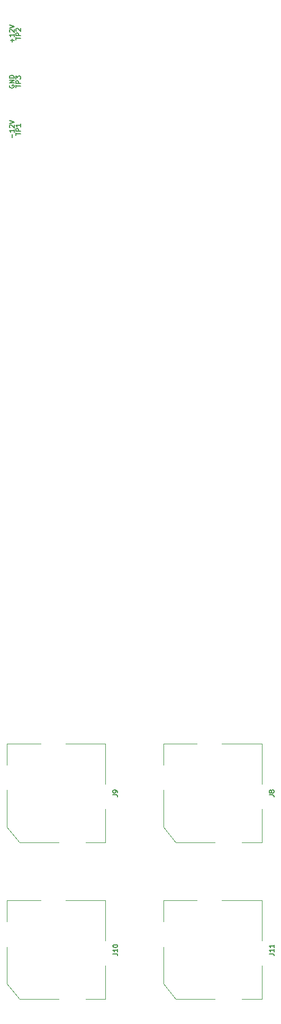
<source format=gto>
G04 #@! TF.GenerationSoftware,KiCad,Pcbnew,6.0.4-6f826c9f35~116~ubuntu20.04.1*
G04 #@! TF.CreationDate,2022-05-05T17:55:16-04:00*
G04 #@! TF.ProjectId,arrm,6172726d-2e6b-4696-9361-645f70636258,rev?*
G04 #@! TF.SameCoordinates,Original*
G04 #@! TF.FileFunction,Legend,Top*
G04 #@! TF.FilePolarity,Positive*
%FSLAX46Y46*%
G04 Gerber Fmt 4.6, Leading zero omitted, Abs format (unit mm)*
G04 Created by KiCad (PCBNEW 6.0.4-6f826c9f35~116~ubuntu20.04.1) date 2022-05-05 17:55:16*
%MOMM*%
%LPD*%
G01*
G04 APERTURE LIST*
%ADD10C,0.150000*%
%ADD11C,0.120000*%
G04 APERTURE END LIST*
D10*
G04 #@! TO.C,J11*
X121589285Y-175607142D02*
X122125000Y-175607142D01*
X122232142Y-175642857D01*
X122303571Y-175714285D01*
X122339285Y-175821428D01*
X122339285Y-175892857D01*
X122339285Y-174857142D02*
X122339285Y-175285714D01*
X122339285Y-175071428D02*
X121589285Y-175071428D01*
X121696428Y-175142857D01*
X121767857Y-175214285D01*
X121803571Y-175285714D01*
X122339285Y-174142857D02*
X122339285Y-174571428D01*
X122339285Y-174357142D02*
X121589285Y-174357142D01*
X121696428Y-174428571D01*
X121767857Y-174500000D01*
X121803571Y-174571428D01*
G04 #@! TO.C,J8*
X121589285Y-150250000D02*
X122125000Y-150250000D01*
X122232142Y-150285714D01*
X122303571Y-150357142D01*
X122339285Y-150464285D01*
X122339285Y-150535714D01*
X121910714Y-149785714D02*
X121875000Y-149857142D01*
X121839285Y-149892857D01*
X121767857Y-149928571D01*
X121732142Y-149928571D01*
X121660714Y-149892857D01*
X121625000Y-149857142D01*
X121589285Y-149785714D01*
X121589285Y-149642857D01*
X121625000Y-149571428D01*
X121660714Y-149535714D01*
X121732142Y-149500000D01*
X121767857Y-149500000D01*
X121839285Y-149535714D01*
X121875000Y-149571428D01*
X121910714Y-149642857D01*
X121910714Y-149785714D01*
X121946428Y-149857142D01*
X121982142Y-149892857D01*
X122053571Y-149928571D01*
X122196428Y-149928571D01*
X122267857Y-149892857D01*
X122303571Y-149857142D01*
X122339285Y-149785714D01*
X122339285Y-149642857D01*
X122303571Y-149571428D01*
X122267857Y-149535714D01*
X122196428Y-149500000D01*
X122053571Y-149500000D01*
X121982142Y-149535714D01*
X121946428Y-149571428D01*
X121910714Y-149642857D01*
G04 #@! TO.C,J10*
X96589285Y-175607142D02*
X97125000Y-175607142D01*
X97232142Y-175642857D01*
X97303571Y-175714285D01*
X97339285Y-175821428D01*
X97339285Y-175892857D01*
X97339285Y-174857142D02*
X97339285Y-175285714D01*
X97339285Y-175071428D02*
X96589285Y-175071428D01*
X96696428Y-175142857D01*
X96767857Y-175214285D01*
X96803571Y-175285714D01*
X96589285Y-174392857D02*
X96589285Y-174321428D01*
X96625000Y-174250000D01*
X96660714Y-174214285D01*
X96732142Y-174178571D01*
X96875000Y-174142857D01*
X97053571Y-174142857D01*
X97196428Y-174178571D01*
X97267857Y-174214285D01*
X97303571Y-174250000D01*
X97339285Y-174321428D01*
X97339285Y-174392857D01*
X97303571Y-174464285D01*
X97267857Y-174500000D01*
X97196428Y-174535714D01*
X97053571Y-174571428D01*
X96875000Y-174571428D01*
X96732142Y-174535714D01*
X96660714Y-174500000D01*
X96625000Y-174464285D01*
X96589285Y-174392857D01*
G04 #@! TO.C,J9*
X96589285Y-150250000D02*
X97125000Y-150250000D01*
X97232142Y-150285714D01*
X97303571Y-150357142D01*
X97339285Y-150464285D01*
X97339285Y-150535714D01*
X97339285Y-149857142D02*
X97339285Y-149714285D01*
X97303571Y-149642857D01*
X97267857Y-149607142D01*
X97160714Y-149535714D01*
X97017857Y-149500000D01*
X96732142Y-149500000D01*
X96660714Y-149535714D01*
X96625000Y-149571428D01*
X96589285Y-149642857D01*
X96589285Y-149785714D01*
X96625000Y-149857142D01*
X96660714Y-149892857D01*
X96732142Y-149928571D01*
X96910714Y-149928571D01*
X96982142Y-149892857D01*
X97017857Y-149857142D01*
X97053571Y-149785714D01*
X97053571Y-149642857D01*
X97017857Y-149571428D01*
X96982142Y-149535714D01*
X96910714Y-149500000D01*
G04 #@! TO.C,TP3*
X81047285Y-37446428D02*
X81047285Y-37017857D01*
X81797285Y-37232142D02*
X81047285Y-37232142D01*
X81797285Y-36767857D02*
X81047285Y-36767857D01*
X81047285Y-36482142D01*
X81083000Y-36410714D01*
X81118714Y-36375000D01*
X81190142Y-36339285D01*
X81297285Y-36339285D01*
X81368714Y-36375000D01*
X81404428Y-36410714D01*
X81440142Y-36482142D01*
X81440142Y-36767857D01*
X81047285Y-36089285D02*
X81047285Y-35625000D01*
X81333000Y-35875000D01*
X81333000Y-35767857D01*
X81368714Y-35696428D01*
X81404428Y-35660714D01*
X81475857Y-35625000D01*
X81654428Y-35625000D01*
X81725857Y-35660714D01*
X81761571Y-35696428D01*
X81797285Y-35767857D01*
X81797285Y-35982142D01*
X81761571Y-36053571D01*
X81725857Y-36089285D01*
X80067000Y-37071428D02*
X80031285Y-37142857D01*
X80031285Y-37250000D01*
X80067000Y-37357142D01*
X80138428Y-37428571D01*
X80209857Y-37464285D01*
X80352714Y-37500000D01*
X80459857Y-37500000D01*
X80602714Y-37464285D01*
X80674142Y-37428571D01*
X80745571Y-37357142D01*
X80781285Y-37250000D01*
X80781285Y-37178571D01*
X80745571Y-37071428D01*
X80709857Y-37035714D01*
X80459857Y-37035714D01*
X80459857Y-37178571D01*
X80781285Y-36714285D02*
X80031285Y-36714285D01*
X80781285Y-36285714D01*
X80031285Y-36285714D01*
X80781285Y-35928571D02*
X80031285Y-35928571D01*
X80031285Y-35750000D01*
X80067000Y-35642857D01*
X80138428Y-35571428D01*
X80209857Y-35535714D01*
X80352714Y-35500000D01*
X80459857Y-35500000D01*
X80602714Y-35535714D01*
X80674142Y-35571428D01*
X80745571Y-35642857D01*
X80781285Y-35750000D01*
X80781285Y-35928571D01*
G04 #@! TO.C,TP2*
X81047285Y-29826428D02*
X81047285Y-29397857D01*
X81797285Y-29612142D02*
X81047285Y-29612142D01*
X81797285Y-29147857D02*
X81047285Y-29147857D01*
X81047285Y-28862142D01*
X81083000Y-28790714D01*
X81118714Y-28755000D01*
X81190142Y-28719285D01*
X81297285Y-28719285D01*
X81368714Y-28755000D01*
X81404428Y-28790714D01*
X81440142Y-28862142D01*
X81440142Y-29147857D01*
X81118714Y-28433571D02*
X81083000Y-28397857D01*
X81047285Y-28326428D01*
X81047285Y-28147857D01*
X81083000Y-28076428D01*
X81118714Y-28040714D01*
X81190142Y-28005000D01*
X81261571Y-28005000D01*
X81368714Y-28040714D01*
X81797285Y-28469285D01*
X81797285Y-28005000D01*
X80495571Y-30201428D02*
X80495571Y-29630000D01*
X80781285Y-29915714D02*
X80209857Y-29915714D01*
X80781285Y-28880000D02*
X80781285Y-29308571D01*
X80781285Y-29094285D02*
X80031285Y-29094285D01*
X80138428Y-29165714D01*
X80209857Y-29237142D01*
X80245571Y-29308571D01*
X80102714Y-28594285D02*
X80067000Y-28558571D01*
X80031285Y-28487142D01*
X80031285Y-28308571D01*
X80067000Y-28237142D01*
X80102714Y-28201428D01*
X80174142Y-28165714D01*
X80245571Y-28165714D01*
X80352714Y-28201428D01*
X80781285Y-28630000D01*
X80781285Y-28165714D01*
X80031285Y-27951428D02*
X80781285Y-27701428D01*
X80031285Y-27451428D01*
G04 #@! TO.C,TP1*
X81047285Y-45066428D02*
X81047285Y-44637857D01*
X81797285Y-44852142D02*
X81047285Y-44852142D01*
X81797285Y-44387857D02*
X81047285Y-44387857D01*
X81047285Y-44102142D01*
X81083000Y-44030714D01*
X81118714Y-43995000D01*
X81190142Y-43959285D01*
X81297285Y-43959285D01*
X81368714Y-43995000D01*
X81404428Y-44030714D01*
X81440142Y-44102142D01*
X81440142Y-44387857D01*
X81797285Y-43245000D02*
X81797285Y-43673571D01*
X81797285Y-43459285D02*
X81047285Y-43459285D01*
X81154428Y-43530714D01*
X81225857Y-43602142D01*
X81261571Y-43673571D01*
X80495571Y-45441428D02*
X80495571Y-44870000D01*
X80781285Y-44120000D02*
X80781285Y-44548571D01*
X80781285Y-44334285D02*
X80031285Y-44334285D01*
X80138428Y-44405714D01*
X80209857Y-44477142D01*
X80245571Y-44548571D01*
X80102714Y-43834285D02*
X80067000Y-43798571D01*
X80031285Y-43727142D01*
X80031285Y-43548571D01*
X80067000Y-43477142D01*
X80102714Y-43441428D01*
X80174142Y-43405714D01*
X80245571Y-43405714D01*
X80352714Y-43441428D01*
X80781285Y-43870000D01*
X80781285Y-43405714D01*
X80031285Y-43191428D02*
X80781285Y-42941428D01*
X80031285Y-42691428D01*
D11*
G04 #@! TO.C,J11*
X106650000Y-182850000D02*
X104650000Y-180350000D01*
X104650000Y-167100000D02*
X110000000Y-167100000D01*
X114000000Y-167100000D02*
X120400000Y-167100000D01*
X120400000Y-177500000D02*
X120400000Y-182850000D01*
X104650000Y-180350000D02*
X104650000Y-174500000D01*
X112900000Y-182850000D02*
X106700000Y-182850000D01*
X120400000Y-182850000D02*
X117200000Y-182850000D01*
X106700000Y-182850000D02*
X106650000Y-182850000D01*
X104650000Y-170500000D02*
X104650000Y-167100000D01*
X120400000Y-167100000D02*
X120400000Y-173500000D01*
G04 #@! TO.C,J8*
X104650000Y-145500000D02*
X104650000Y-142100000D01*
X106700000Y-157850000D02*
X106650000Y-157850000D01*
X104650000Y-155350000D02*
X104650000Y-149500000D01*
X104650000Y-142100000D02*
X110000000Y-142100000D01*
X106650000Y-157850000D02*
X104650000Y-155350000D01*
X112900000Y-157850000D02*
X106700000Y-157850000D01*
X120400000Y-142100000D02*
X120400000Y-148500000D01*
X120400000Y-152500000D02*
X120400000Y-157850000D01*
X114000000Y-142100000D02*
X120400000Y-142100000D01*
X120400000Y-157850000D02*
X117200000Y-157850000D01*
G04 #@! TO.C,J10*
X87900000Y-182850000D02*
X81700000Y-182850000D01*
X95400000Y-167100000D02*
X95400000Y-173500000D01*
X79650000Y-167100000D02*
X85000000Y-167100000D01*
X81700000Y-182850000D02*
X81650000Y-182850000D01*
X89000000Y-167100000D02*
X95400000Y-167100000D01*
X81650000Y-182850000D02*
X79650000Y-180350000D01*
X95400000Y-182850000D02*
X92200000Y-182850000D01*
X79650000Y-170500000D02*
X79650000Y-167100000D01*
X95400000Y-177500000D02*
X95400000Y-182850000D01*
X79650000Y-180350000D02*
X79650000Y-174500000D01*
G04 #@! TO.C,J9*
X79650000Y-145500000D02*
X79650000Y-142100000D01*
X89000000Y-142100000D02*
X95400000Y-142100000D01*
X79650000Y-142100000D02*
X85000000Y-142100000D01*
X95400000Y-157850000D02*
X92200000Y-157850000D01*
X87900000Y-157850000D02*
X81700000Y-157850000D01*
X81650000Y-157850000D02*
X79650000Y-155350000D01*
X95400000Y-142100000D02*
X95400000Y-148500000D01*
X81700000Y-157850000D02*
X81650000Y-157850000D01*
X95400000Y-152500000D02*
X95400000Y-157850000D01*
X79650000Y-155350000D02*
X79650000Y-149500000D01*
G04 #@! TD*
M02*

</source>
